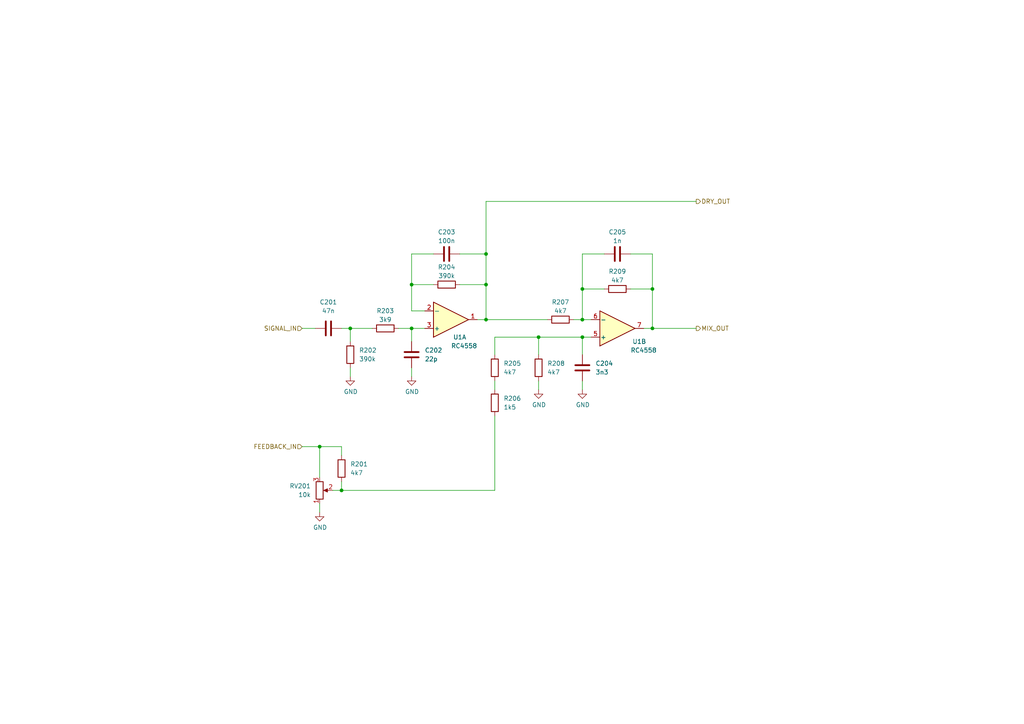
<source format=kicad_sch>
(kicad_sch (version 20211123) (generator eeschema)
  (paper "A4")
  (title_block (title "Phasor II Clone") (date "2022-10-15") (rev "0") (comment 2 "creativecommons.org/licenses/by/4.0/") (comment 3 "License: CC by 4.0: ") (comment 4 "Author: Jordan Aceto"))
  (lib_symbols
    (symbol "Amplifier_Operational:RC4558" (pin_names (offset 0.127))
      (property "Reference" "U" (at 0 5.08 0))
      (property "Value" "RC4558" (at 0 -5.08 0))
      (symbol "RC4558_1_1"
        (polyline (pts (xy -5.08 5.08) (xy 5.08 0) (xy -5.08 -5.08) (xy -5.08 5.08)) (stroke (width 0.254)) (fill (type background)))
        (pin output line (at 7.62 0 180) (length 2.54) (name "~") (number "1"))
        (pin input line (at -7.62 -2.54 0) (length 2.54) (name "-") (number "2"))
        (pin input line (at -7.62 2.54 0) (length 2.54) (name "+") (number "3"))
      )
      (symbol "RC4558_2_1"
        (polyline (pts (xy -5.08 5.08) (xy 5.08 0) (xy -5.08 -5.08) (xy -5.08 5.08)) (stroke (width 0.254)) (fill (type background)))
        (pin input line (at -7.62 2.54 0) (length 2.54) (name "+") (number "5"))
        (pin input line (at -7.62 -2.54 0) (length 2.54) (name "-") (number "6"))
        (pin output line (at 7.62 0 180) (length 2.54) (name "~") (number "7"))
      )
      (symbol "RC4558_3_1"
        (pin power_in line (at -2.54 -7.62 90) (length 3.81) (name "V-") (number "4"))
        (pin power_in line (at -2.54 7.62 270) (length 3.81) (name "V+") (number "8"))
      )
    )
    (symbol "Device:C" (pin_numbers hide) (pin_names (offset 0.254))
      (property "Reference" "C" (at 0.635 2.54 0))
      (property "Value" "C" (at 0.635 -2.54 0))
      (symbol "C_0_1"
        (polyline (pts (xy -2.032 -0.762) (xy 2.032 -0.762)) (stroke (width 0.508)))
        (polyline (pts (xy -2.032 0.762) (xy 2.032 0.762)) (stroke (width 0.508)))
      )
      (symbol "C_1_1"
        (pin passive line (at 0 3.81 270) (length 2.794) (name "~") (number "1"))
        (pin passive line (at 0 -3.81 90) (length 2.794) (name "~") (number "2"))
      )
    )
    (symbol "Device:R" (pin_numbers hide) (pin_names (offset 0))
      (property "Reference" "R" (at 2.032 0 90))
      (property "Value" "R" (at 0 0 90))
      (symbol "R_0_1"
        (rectangle (start -1.016 -2.54) (end 1.016 2.54) (stroke (width 0.254)))
      )
      (symbol "R_1_1"
        (pin passive line (at 0 3.81 270) (length 1.27) (name "~") (number "1"))
        (pin passive line (at 0 -3.81 90) (length 1.27) (name "~") (number "2"))
      )
    )
    (symbol "Device:R_Potentiometer" (pin_names (offset 1.016) hide)
      (property "Reference" "RV" (at -4.445 0 90))
      (property "Value" "R_Potentiometer" (at -2.54 0 90))
      (symbol "R_Potentiometer_0_1"
        (polyline (pts (xy 2.54 0) (xy 1.524 0)))
        (polyline (pts (xy 1.143 0) (xy 2.286 0.508) (xy 2.286 -0.508) (xy 1.143 0)) (fill (type outline)))
        (rectangle (start 1.016 2.54) (end -1.016 -2.54) (stroke (width 0.254)))
      )
      (symbol "R_Potentiometer_1_1"
        (pin passive line (at 0 3.81 270) (length 1.27) (name "1") (number "1"))
        (pin passive line (at 3.81 0 180) (length 1.27) (name "2") (number "2"))
        (pin passive line (at 0 -3.81 90) (length 1.27) (name "3") (number "3"))
      )
    )
    (symbol "power:GND" (power) (pin_names (offset 0))
      (property "Value" "GND" (at 0 -3.81 0))
      (symbol "GND_0_1"
        (polyline (pts (xy 0 0) (xy 0 -1.27) (xy 1.27 -1.27) (xy 0 -2.54) (xy -1.27 -1.27) (xy 0 -1.27)))
      )
      (symbol "GND_1_1"
        (pin power_in line (at 0 0 270) (length 0) hide (name "GND") (number "1"))
      )
    )
  )
  (junction (at 140.97 73.66))
  (junction (at 119.38 82.55))
  (junction (at 156.21 97.79))
  (junction (at 99.06 142.24))
  (junction (at 101.6 95.25))
  (junction (at 168.91 83.82))
  (junction (at 168.91 97.79))
  (junction (at 140.97 92.71))
  (junction (at 119.38 95.25))
  (junction (at 140.97 82.55))
  (junction (at 189.23 83.82))
  (junction (at 168.91 92.71))
  (junction (at 92.71 129.54))
  (junction (at 189.23 95.25))
  (wire (pts (xy 189.23 95.25) (xy 201.93 95.25)))
  (wire (pts (xy 140.97 92.71) (xy 158.75 92.71)))
  (wire (pts (xy 189.23 83.82) (xy 189.23 95.25)))
  (wire (pts (xy 92.71 148.59) (xy 92.71 146.05)))
  (wire (pts (xy 182.88 83.82) (xy 189.23 83.82)))
  (wire (pts (xy 143.51 120.65) (xy 143.51 142.24)))
  (wire (pts (xy 138.43 92.71) (xy 140.97 92.71)))
  (wire (pts (xy 156.21 97.79) (xy 156.21 102.87)))
  (wire (pts (xy 99.06 129.54) (xy 92.71 129.54)))
  (wire (pts (xy 189.23 83.82) (xy 189.23 73.66)))
  (wire (pts (xy 87.63 95.25) (xy 91.44 95.25)))
  (wire (pts (xy 119.38 109.22) (xy 119.38 106.68)))
  (wire (pts (xy 156.21 113.03) (xy 156.21 110.49)))
  (wire (pts (xy 168.91 113.03) (xy 168.91 110.49)))
  (wire (pts (xy 133.35 82.55) (xy 140.97 82.55)))
  (wire (pts (xy 168.91 92.71) (xy 171.45 92.71)))
  (wire (pts (xy 92.71 138.43) (xy 92.71 129.54)))
  (wire (pts (xy 101.6 109.22) (xy 101.6 106.68)))
  (wire (pts (xy 168.91 97.79) (xy 168.91 102.87)))
  (wire (pts (xy 99.06 142.24) (xy 143.51 142.24)))
  (wire (pts (xy 123.19 90.17) (xy 119.38 90.17)))
  (wire (pts (xy 201.93 58.42) (xy 140.97 58.42)))
  (wire (pts (xy 96.52 142.24) (xy 99.06 142.24)))
  (wire (pts (xy 143.51 97.79) (xy 143.51 102.87)))
  (wire (pts (xy 119.38 95.25) (xy 115.57 95.25)))
  (wire (pts (xy 119.38 82.55) (xy 119.38 73.66)))
  (wire (pts (xy 168.91 97.79) (xy 171.45 97.79)))
  (wire (pts (xy 119.38 95.25) (xy 123.19 95.25)))
  (wire (pts (xy 119.38 99.06) (xy 119.38 95.25)))
  (wire (pts (xy 101.6 95.25) (xy 107.95 95.25)))
  (wire (pts (xy 175.26 73.66) (xy 168.91 73.66)))
  (wire (pts (xy 168.91 83.82) (xy 175.26 83.82)))
  (wire (pts (xy 133.35 73.66) (xy 140.97 73.66)))
  (wire (pts (xy 119.38 82.55) (xy 125.73 82.55)))
  (wire (pts (xy 168.91 73.66) (xy 168.91 83.82)))
  (wire (pts (xy 166.37 92.71) (xy 168.91 92.71)))
  (wire (pts (xy 140.97 73.66) (xy 140.97 82.55)))
  (wire (pts (xy 101.6 95.25) (xy 101.6 99.06)))
  (wire (pts (xy 168.91 83.82) (xy 168.91 92.71)))
  (wire (pts (xy 143.51 97.79) (xy 156.21 97.79)))
  (wire (pts (xy 92.71 129.54) (xy 87.63 129.54)))
  (wire (pts (xy 99.06 95.25) (xy 101.6 95.25)))
  (wire (pts (xy 140.97 58.42) (xy 140.97 73.66)))
  (wire (pts (xy 99.06 132.08) (xy 99.06 129.54)))
  (wire (pts (xy 189.23 73.66) (xy 182.88 73.66)))
  (wire (pts (xy 156.21 97.79) (xy 168.91 97.79)))
  (wire (pts (xy 119.38 90.17) (xy 119.38 82.55)))
  (wire (pts (xy 143.51 113.03) (xy 143.51 110.49)))
  (wire (pts (xy 186.69 95.25) (xy 189.23 95.25)))
  (wire (pts (xy 99.06 139.7) (xy 99.06 142.24)))
  (wire (pts (xy 119.38 73.66) (xy 125.73 73.66)))
  (wire (pts (xy 140.97 82.55) (xy 140.97 92.71)))
  (hierarchical_label "FEEDBACK_IN" (shape input) (at 87.63 129.54 180))
  (hierarchical_label "SIGNAL_IN" (shape input) (at 87.63 95.25 180))
  (hierarchical_label "MIX_OUT" (shape output) (at 201.93 95.25 0))
  (hierarchical_label "DRY_OUT" (shape output) (at 201.93 58.42 0))
  (symbol (lib_id "Device:R") (at 162.56 92.71 90) (unit 1)
    (property "Reference" "R207" (at 162.56 87.63 90))
    (property "Value" "4k7" (at 162.56 90.17 90))
    (property "Footprint" "Resistor_SMD:R_0603_1608Metric" (effects hide))
  )
  (symbol (lib_id "power:GND") (at 101.6 109.22 0) (unit 1)
    (property "Reference" "#PWR0202" (effects hide))
    (property "Value" "GND" (at 101.727 113.6142 0))
  )
  (symbol (lib_id "Device:C") (at 179.07 73.66 90) (unit 1)
    (property "Reference" "C205" (at 179.07 67.31 90))
    (property "Value" "1n" (at 179.07 69.85 90))
    (property "Footprint" "Capacitor_SMD:C_0603_1608Metric" (effects hide))
  )
  (symbol (lib_id "Device:R") (at 99.06 135.89 180) (unit 1)
    (property "Reference" "R201" (at 101.6 134.6199 0) (effects (justify right)))
    (property "Value" "4k7" (at 101.6 137.1599 0) (effects (justify right)))
    (property "Footprint" "Resistor_SMD:R_0603_1608Metric" (effects hide))
  )
  (symbol (lib_id "Device:R") (at 156.21 106.68 180) (unit 1)
    (property "Reference" "R208" (at 158.75 105.4099 0) (effects (justify right)))
    (property "Value" "4k7" (at 158.75 107.9499 0) (effects (justify right)))
    (property "Footprint" "Resistor_SMD:R_0603_1608Metric" (effects hide))
  )
  (symbol (lib_id "Amplifier_Operational:RC4558") (at 179.07 95.25 0) (mirror x) (unit 2)
    (property "Reference" "U1" (at 185.42 99.06 0))
    (property "Value" "RC4558" (at 186.69 101.6 0))
    (property "Footprint" "Package_SO:SOIC-8_3.9x4.9mm_P1.27mm" (effects hide))
    (property "Datasheet" "http://www.ti.com/lit/ds/symlink/rc4558.pdf" (effects hide))
  )
  (symbol (lib_id "power:GND") (at 92.71 148.59 0) (unit 1)
    (property "Reference" "#PWR0201" (effects hide))
    (property "Value" "GND" (at 92.837 152.9842 0))
  )
  (symbol (lib_id "power:GND") (at 168.91 113.03 0) (unit 1)
    (property "Reference" "#PWR0205" (effects hide))
    (property "Value" "GND" (at 169.037 117.4242 0))
  )
  (symbol (lib_id "Device:R") (at 143.51 106.68 180) (unit 1)
    (property "Reference" "R205" (at 146.05 105.4099 0) (effects (justify right)))
    (property "Value" "4k7" (at 146.05 107.9499 0) (effects (justify right)))
    (property "Footprint" "Resistor_SMD:R_0603_1608Metric" (effects hide))
  )
  (symbol (lib_id "Device:R") (at 129.54 82.55 90) (unit 1)
    (property "Reference" "R204" (at 129.54 77.47 90))
    (property "Value" "390k" (at 129.54 80.01 90))
    (property "Footprint" "Resistor_SMD:R_0603_1608Metric" (effects hide))
  )
  (symbol (lib_id "Device:R") (at 101.6 102.87 180) (unit 1)
    (property "Reference" "R202" (at 104.14 101.5999 0) (effects (justify right)))
    (property "Value" "390k" (at 104.14 104.1399 0) (effects (justify right)))
    (property "Footprint" "Resistor_SMD:R_0603_1608Metric" (effects hide))
  )
  (symbol (lib_id "power:GND") (at 156.21 113.03 0) (unit 1)
    (property "Reference" "#PWR0204" (effects hide))
    (property "Value" "GND" (at 156.337 117.4242 0))
  )
  (symbol (lib_id "Device:R") (at 111.76 95.25 90) (unit 1)
    (property "Reference" "R203" (at 111.76 90.17 90))
    (property "Value" "3k9" (at 111.76 92.71 90))
    (property "Footprint" "Resistor_SMD:R_0603_1608Metric" (effects hide))
  )
  (symbol (lib_id "Device:R") (at 143.51 116.84 180) (unit 1)
    (property "Reference" "R206" (at 146.05 115.5699 0) (effects (justify right)))
    (property "Value" "1k5" (at 146.05 118.1099 0) (effects (justify right)))
    (property "Footprint" "Resistor_SMD:R_0603_1608Metric" (effects hide))
  )
  (symbol (lib_id "Device:R") (at 179.07 83.82 90) (unit 1)
    (property "Reference" "R209" (at 179.07 78.74 90))
    (property "Value" "4k7" (at 179.07 81.28 90))
    (property "Footprint" "Resistor_SMD:R_0603_1608Metric" (effects hide))
  )
  (symbol (lib_id "power:GND") (at 119.38 109.22 0) (unit 1)
    (property "Reference" "#PWR0203" (effects hide))
    (property "Value" "GND" (at 119.507 113.6142 0))
  )
  (symbol (lib_id "Device:R_Potentiometer") (at 92.71 142.24 0) (mirror x) (unit 1)
    (property "Reference" "RV201" (at 90.17 140.9699 0) (effects (justify right)))
    (property "Value" "10k" (at 90.17 143.5099 0) (effects (justify right)))
    (property "Footprint" "custom_footprints:Potentiometer_Alpha_RD901F-40-00D_Single_Vertical" (effects hide))
  )
  (symbol (lib_id "Device:C") (at 129.54 73.66 90) (unit 1)
    (property "Reference" "C203" (at 129.54 67.31 90))
    (property "Value" "100n" (at 129.54 69.85 90))
    (property "Footprint" "Capacitor_SMD:C_0603_1608Metric" (effects hide))
  )
  (symbol (lib_id "Amplifier_Operational:RC4558") (at 130.81 92.71 0) (mirror x) (unit 1)
    (property "Reference" "U1" (at 133.35 97.79 0))
    (property "Value" "RC4558" (at 134.62 100.33 0))
    (property "Footprint" "Package_SO:SOIC-8_3.9x4.9mm_P1.27mm" (effects hide))
    (property "Datasheet" "http://www.ti.com/lit/ds/symlink/rc4558.pdf" (effects hide))
  )
  (symbol (lib_id "Device:C") (at 119.38 102.87 0) (unit 1)
    (property "Reference" "C202" (at 123.19 101.5999 0) (effects (justify left)))
    (property "Value" "22p" (at 123.19 104.1399 0) (effects (justify left)))
    (property "Footprint" "Capacitor_SMD:C_0603_1608Metric" (effects hide))
  )
  (symbol (lib_id "Device:C") (at 168.91 106.68 0) (unit 1)
    (property "Reference" "C204" (at 172.72 105.4099 0) (effects (justify left)))
    (property "Value" "3n3" (at 172.72 107.9499 0) (effects (justify left)))
    (property "Footprint" "Capacitor_SMD:C_0603_1608Metric" (effects hide))
  )
  (symbol (lib_id "Device:C") (at 95.25 95.25 90) (unit 1)
    (property "Reference" "C201" (at 95.25 87.63 90))
    (property "Value" "47n" (at 95.25 90.17 90))
    (property "Footprint" "Capacitor_THT:C_Rect_L7.0mm_W2.5mm_P5.00mm" (effects hide))
  )
)
</source>
